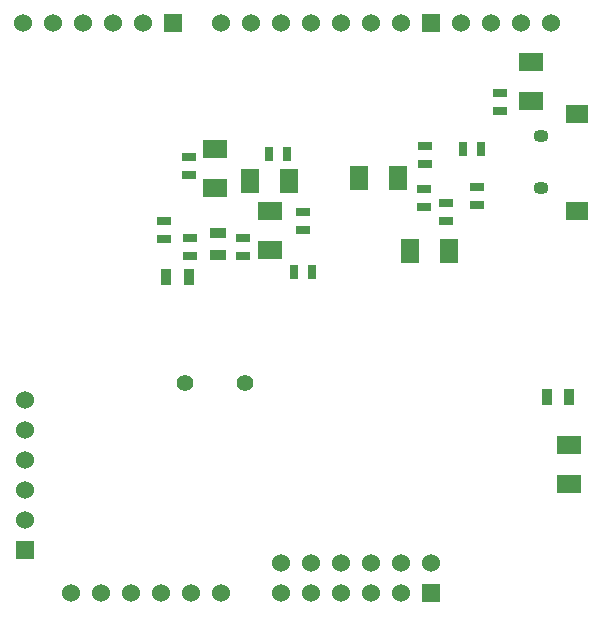
<source format=gbs>
G04 (created by PCBNEW (2013-07-07 BZR 4022)-stable) date 23/05/2015 13:05:33*
%MOIN*%
G04 Gerber Fmt 3.4, Leading zero omitted, Abs format*
%FSLAX34Y34*%
G01*
G70*
G90*
G04 APERTURE LIST*
%ADD10C,0.00590551*%
%ADD11R,0.08X0.06*%
%ADD12R,0.06X0.08*%
%ADD13R,0.035X0.055*%
%ADD14R,0.055X0.035*%
%ADD15R,0.045X0.025*%
%ADD16R,0.025X0.045*%
%ADD17R,0.06X0.06*%
%ADD18C,0.06*%
%ADD19R,0.0748031X0.061811*%
%ADD20O,0.0511811X0.0413386*%
%ADD21C,0.056*%
G04 APERTURE END LIST*
G54D10*
G54D11*
X52220Y-32445D03*
X52220Y-33745D03*
G54D12*
X54685Y-33490D03*
X53385Y-33490D03*
G54D11*
X54035Y-35820D03*
X54035Y-34520D03*
G54D12*
X58325Y-33405D03*
X57025Y-33405D03*
X60000Y-35840D03*
X58700Y-35840D03*
G54D11*
X64000Y-42300D03*
X64000Y-43600D03*
X62730Y-30850D03*
X62730Y-29550D03*
G54D13*
X64015Y-40720D03*
X63265Y-40720D03*
G54D14*
X52300Y-35980D03*
X52300Y-35230D03*
G54D13*
X50590Y-36690D03*
X51340Y-36690D03*
G54D15*
X61715Y-31165D03*
X61715Y-30565D03*
X60950Y-34315D03*
X60950Y-33715D03*
G54D16*
X61090Y-32450D03*
X60490Y-32450D03*
G54D15*
X59195Y-32350D03*
X59195Y-32950D03*
X59170Y-34370D03*
X59170Y-33770D03*
X50505Y-34825D03*
X50505Y-35425D03*
X51340Y-33295D03*
X51340Y-32695D03*
X55145Y-34555D03*
X55145Y-35155D03*
G54D16*
X54015Y-32600D03*
X54615Y-32600D03*
G54D15*
X51385Y-35995D03*
X51385Y-35395D03*
X53135Y-36005D03*
X53135Y-35405D03*
G54D16*
X55450Y-36530D03*
X54850Y-36530D03*
G54D17*
X45885Y-45820D03*
G54D18*
X45885Y-44820D03*
X45885Y-43820D03*
X45885Y-42820D03*
X45885Y-41820D03*
X45885Y-40820D03*
G54D19*
X64260Y-34490D03*
X64260Y-31269D03*
G54D20*
X63078Y-33755D03*
X63078Y-32004D03*
G54D21*
X53225Y-40235D03*
X51225Y-40235D03*
G54D17*
X59419Y-28249D03*
G54D18*
X57419Y-28249D03*
X56419Y-28249D03*
X55419Y-28249D03*
X54419Y-28249D03*
X53419Y-28249D03*
X52419Y-28249D03*
G54D17*
X50819Y-28249D03*
G54D18*
X49819Y-28249D03*
X48819Y-28249D03*
X47819Y-28249D03*
X46819Y-28249D03*
X45821Y-28249D03*
X58419Y-28249D03*
G54D17*
X59419Y-47249D03*
G54D18*
X58419Y-47249D03*
X57419Y-47249D03*
X56419Y-47249D03*
X55419Y-47249D03*
X54419Y-47249D03*
X52419Y-47249D03*
X50419Y-47249D03*
X49419Y-47249D03*
X48419Y-47249D03*
X47419Y-47249D03*
X51419Y-47249D03*
X54419Y-46249D03*
X55419Y-46249D03*
X56419Y-46249D03*
X57419Y-46249D03*
X58419Y-46249D03*
X59419Y-46249D03*
X60419Y-28249D03*
X61419Y-28249D03*
X62419Y-28249D03*
X63419Y-28249D03*
G54D15*
X59920Y-34240D03*
X59920Y-34840D03*
M02*

</source>
